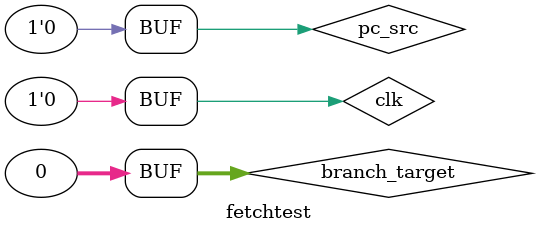
<source format=v>
`timescale 1ns / 1ps


module fetchtest;

	// Inputs
	reg [31:0] branch_target;
	reg clk;
	reg pc_src;

	// Outputs
	wire [31:0] instruction;
	wire [31:0] nextpc;
	wire hit;

	// Instantiate the Unit Under Test (UUT)
	fetch_module uut (
		.branch_target(branch_target), 
		.clk(clk), 
		.pc_src(pc_src), 
		.instruction(instruction), 
		.nextpc(nextpc), 
		.hit(hit)
	);

	initial begin
		// Initialize Inputs
		branch_target = 0;
		clk = 0;
		pc_src = 0;

		// Wait 100 ns for global reset to finish
		#100;
        
		// Add stimulus here

	end
      
endmodule


</source>
